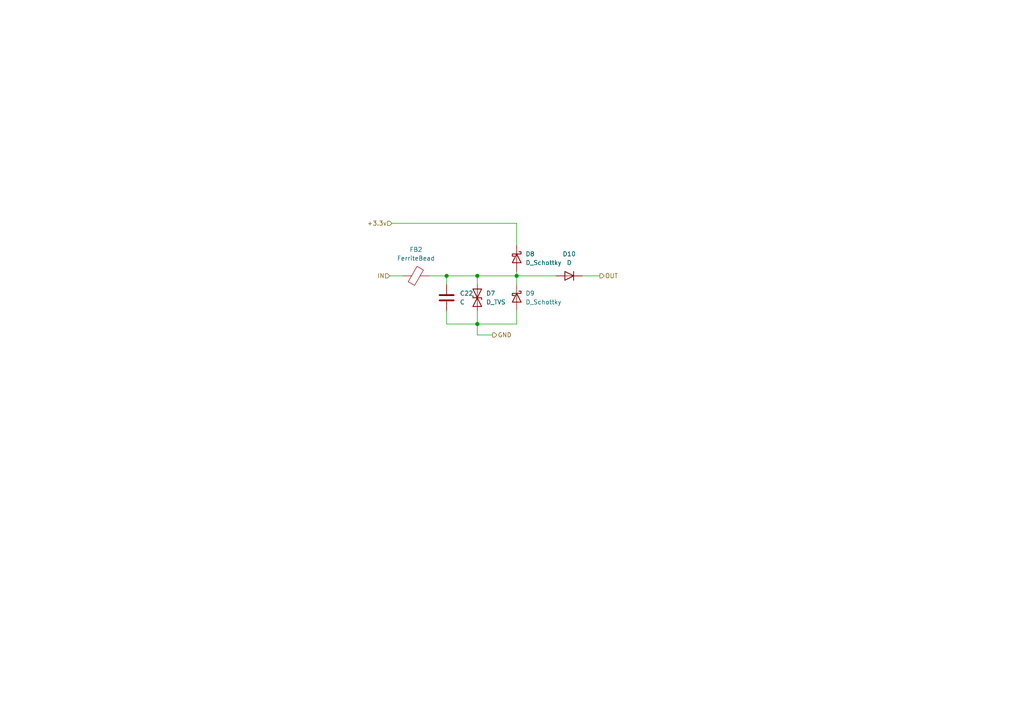
<source format=kicad_sch>
(kicad_sch (version 20210126) (generator eeschema)
  (paper "A4")
  (lib_symbols
    (symbol "Device:C" (pin_numbers hide) (pin_names (offset 0.254))
      (property "Reference" "C" (at 0.635 2.54 0))
      (property "Value" "C" (at 0.635 -2.54 0))
      (symbol "C_0_1"
        (polyline (pts (xy -2.032 -0.762) (xy 2.032 -0.762)) (stroke (width 0.508)))
        (polyline (pts (xy -2.032 0.762) (xy 2.032 0.762)) (stroke (width 0.508)))
      )
      (symbol "C_1_1"
        (pin passive line (at 0 3.81 270) (length 2.794) (name "~") (number "1"))
        (pin passive line (at 0 -3.81 90) (length 2.794) (name "~") (number "2"))
      )
    )
    (symbol "Device:D" (pin_numbers hide) (pin_names (offset 1.016) hide)
      (property "Reference" "D" (at 0 2.54 0))
      (property "Value" "D" (at 0 -2.54 0))
      (symbol "D_0_1"
        (polyline (pts (xy -1.27 1.27) (xy -1.27 -1.27)) (stroke (width 0.254)))
        (polyline (pts (xy 1.27 0) (xy -1.27 0)))
        (polyline (pts (xy 1.27 1.27) (xy 1.27 -1.27) (xy -1.27 0) (xy 1.27 1.27)) (stroke (width 0.254)))
      )
      (symbol "D_1_1"
        (pin passive line (at -3.81 0 0) (length 2.54) (name "K") (number "1"))
        (pin passive line (at 3.81 0 180) (length 2.54) (name "A") (number "2"))
      )
    )
    (symbol "Device:D_Schottky" (pin_numbers hide) (pin_names (offset 1.016) hide)
      (property "Reference" "D" (at 0 2.54 0))
      (property "Value" "D_Schottky" (at 0 -2.54 0))
      (symbol "D_Schottky_0_1"
        (polyline (pts (xy 1.27 0) (xy -1.27 0)))
        (polyline (pts (xy 1.27 1.27) (xy 1.27 -1.27) (xy -1.27 0) (xy 1.27 1.27)) (stroke (width 0.254)))
        (polyline (pts (xy -1.905 0.635) (xy -1.905 1.27) (xy -1.27 1.27) (xy -1.27 -1.27) (xy -0.635 -1.27) (xy -0.635 -0.635)) (stroke (width 0.254)))
      )
      (symbol "D_Schottky_1_1"
        (pin passive line (at -3.81 0 0) (length 2.54) (name "K") (number "1"))
        (pin passive line (at 3.81 0 180) (length 2.54) (name "A") (number "2"))
      )
    )
    (symbol "Device:D_TVS" (pin_numbers hide) (pin_names (offset 1.016) hide)
      (property "Reference" "D" (at 0 2.54 0))
      (property "Value" "D_TVS" (at 0 -2.54 0))
      (symbol "D_TVS_0_1"
        (polyline (pts (xy 1.27 0) (xy -1.27 0)))
        (polyline (pts (xy 0.508 1.27) (xy 0 1.27) (xy 0 -1.27) (xy -0.508 -1.27)) (stroke (width 0.254)))
        (polyline (pts (xy -2.54 1.27) (xy -2.54 -1.27) (xy 2.54 1.27) (xy 2.54 -1.27) (xy -2.54 1.27)) (stroke (width 0.254)))
      )
      (symbol "D_TVS_1_1"
        (pin passive line (at -3.81 0 0) (length 2.54) (name "A1") (number "1"))
        (pin passive line (at 3.81 0 180) (length 2.54) (name "A2") (number "2"))
      )
    )
    (symbol "Device:FerriteBead" (pin_numbers hide) (pin_names (offset 0))
      (property "Reference" "FB" (at -3.81 0.635 90))
      (property "Value" "FerriteBead" (at 3.81 0 90))
      (symbol "FerriteBead_0_1"
        (polyline (pts (xy 0 -1.27) (xy 0 -1.2192)))
        (polyline (pts (xy 0 1.27) (xy 0 1.2954)))
        (polyline (pts (xy -2.7686 0.4064) (xy -1.7018 2.2606) (xy 2.7686 -0.3048) (xy 1.6764 -2.159) (xy -2.7686 0.4064)))
      )
      (symbol "FerriteBead_1_1"
        (pin passive line (at 0 3.81 270) (length 2.54) (name "~") (number "1"))
        (pin passive line (at 0 -3.81 90) (length 2.54) (name "~") (number "2"))
      )
    )
  )
  (junction (at 129.54 80.01) (diameter 1.016))
  (junction (at 138.43 80.01) (diameter 1.016))
  (junction (at 138.43 93.98) (diameter 1.016))
  (junction (at 149.86 80.01) (diameter 1.016))
  (wire (pts (xy 113.03 80.01) (xy 116.84 80.01)))
  (wire (pts (xy 113.665 64.77) (xy 149.86 64.77)))
  (wire (pts (xy 124.46 80.01) (xy 129.54 80.01)))
  (wire (pts (xy 129.54 80.01) (xy 129.54 82.55)))
  (wire (pts (xy 129.54 80.01) (xy 138.43 80.01)))
  (wire (pts (xy 129.54 90.17) (xy 129.54 93.98)))
  (wire (pts (xy 129.54 93.98) (xy 138.43 93.98)))
  (wire (pts (xy 138.43 80.01) (xy 149.86 80.01)))
  (wire (pts (xy 138.43 82.55) (xy 138.43 80.01)))
  (wire (pts (xy 138.43 93.98) (xy 138.43 90.17)))
  (wire (pts (xy 138.43 93.98) (xy 138.43 97.155)))
  (wire (pts (xy 138.43 97.155) (xy 142.875 97.155)))
  (wire (pts (xy 149.86 64.77) (xy 149.86 71.12)))
  (wire (pts (xy 149.86 78.74) (xy 149.86 80.01)))
  (wire (pts (xy 149.86 80.01) (xy 149.86 82.55)))
  (wire (pts (xy 149.86 80.01) (xy 161.29 80.01)))
  (wire (pts (xy 149.86 90.17) (xy 149.86 93.98)))
  (wire (pts (xy 149.86 93.98) (xy 138.43 93.98)))
  (wire (pts (xy 168.91 80.01) (xy 173.99 80.01)))
  (hierarchical_label "IN" (shape input) (at 113.03 80.01 180))
  (hierarchical_label "+3.3v" (shape input) (at 113.665 64.77 180))
  (hierarchical_label "GND" (shape output) (at 142.875 97.155 0))
  (hierarchical_label "OUT" (shape output) (at 173.99 80.01 0))
  (symbol (lib_id "Device:D_TVS") (at 138.43 86.36 90)
    (property "Reference" "D7" (at 140.97 85.09 90) (effects (justify right)))
    (property "Value" "D_TVS" (at 140.97 87.63 90) (effects (justify right)))
  )
  (symbol (lib_id "Device:D_Schottky") (at 149.86 74.93 270)
    (property "Reference" "D8" (at 152.4 73.66 90) (effects (justify left)))
    (property "Value" "D_Schottky" (at 152.4 76.2 90) (effects (justify left)))
  )
  (symbol (lib_id "Device:D_Schottky") (at 149.86 86.36 270)
    (property "Reference" "D9" (at 152.4 85.09 90) (effects (justify left)))
    (property "Value" "D_Schottky" (at 152.4 87.63 90) (effects (justify left)))
  )
  (symbol (lib_id "Device:D") (at 165.1 80.01 180)
    (property "Reference" "D10" (at 165.1 73.66 0))
    (property "Value" "D" (at 165.1 76.2 0))
  )
  (symbol (lib_id "Device:C") (at 129.54 86.36 0)
    (property "Reference" "C22" (at 133.35 85.09 0) (effects (justify left)))
    (property "Value" "C" (at 133.35 87.63 0) (effects (justify left)))
  )
  (symbol (lib_id "Device:FerriteBead") (at 120.65 80.01 90)
    (property "Reference" "FB2" (at 120.65 72.39 90))
    (property "Value" "FerriteBead" (at 120.65 74.93 90))
  )
)
</source>
